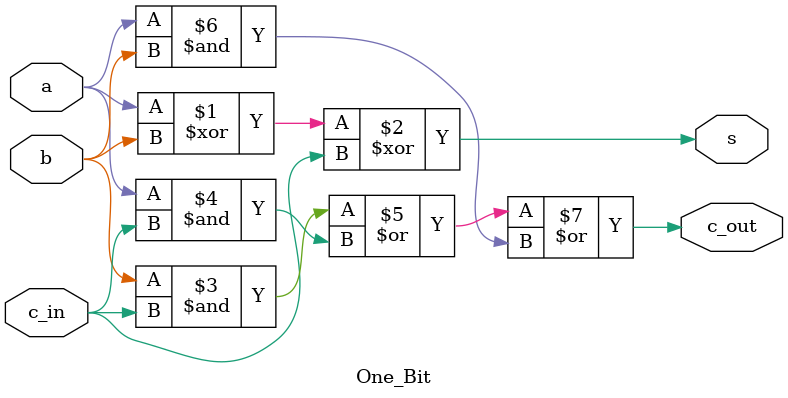
<source format=v>
`timescale 1ns / 1ps


module One_Bit(input a,b,c_in, output c_out,s);
   // combinational
   assign s = a^b^c_in;
   assign c_out = b&c_in | a&c_in | a&b;

endmodule

</source>
